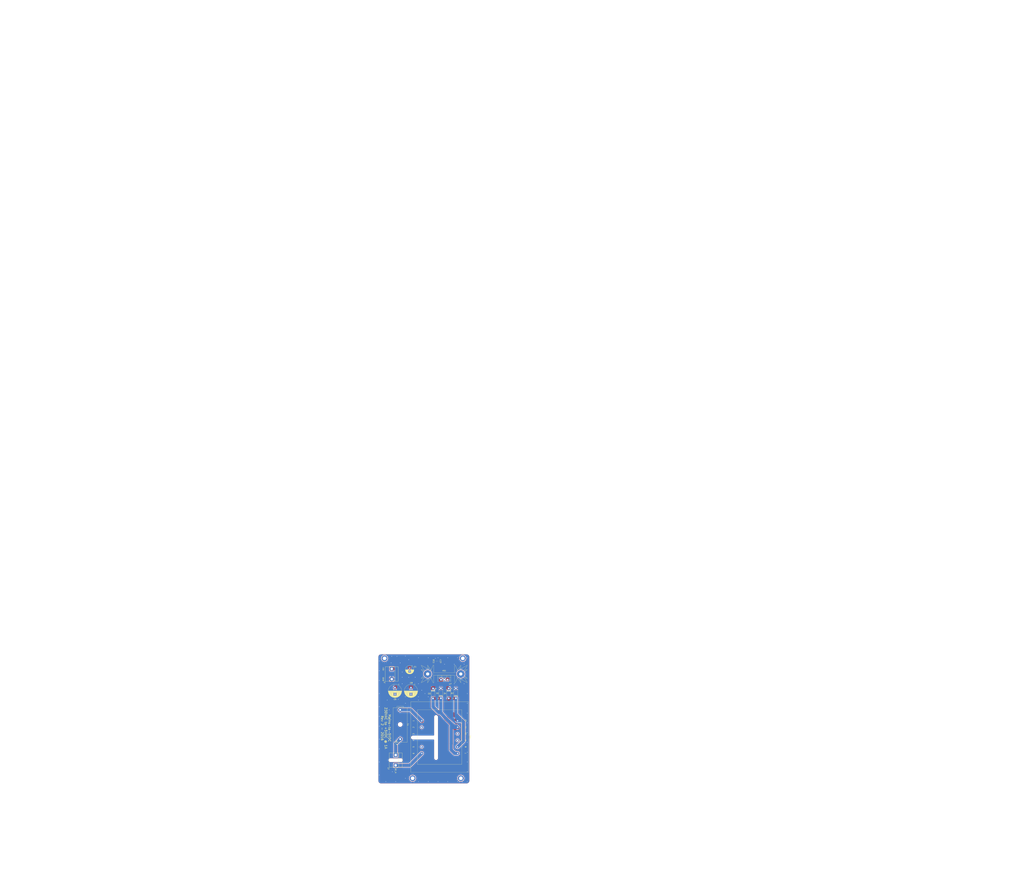
<source format=kicad_pcb>
(kicad_pcb (version 20171130) (host pcbnew "(5.1.5)-3")
  (layers (0 F.Cu signal) (31 B.Cu signal) (34 B.Paste user) (35 F.Paste user) (36 B.SilkS user) (37 F.SilkS user) (38 B.Mask user) (39 F.Mask user) (44 Edge.Cuts user))
  (net 0 "")
  (net 1 GND)
  (net 2 +5V)
  (net 3 "Net-(D1-Pad1)")
  (net 4 "Net-(D2-Pad1)")
  (net 5 "Net-(J2-Pad2)")
  (net 6 "Net-(F1-Pad2)")
  (net 7 "Net-(F1-Pad1)")
  (net 8 "Net-(C8-Pad1)")
  (module Transformer_THT:Transformer_Breve_TEZ-44x52 (layer F.Cu) (at 207.5 95.9 270)
    (fp_text reference TR1 (at 12.5 -37.25 90) (layer F.SilkS))
    (fp_text value Transformer_1P_2S)
    (fp_text user 1 (at 0 6.25 90) (layer F.SilkS))
    (fp_text user 2 (at 5 6.25 90) (layer F.SilkS))
    (fp_text user 3 (at 10 6.25 90) (layer F.SilkS))
    (fp_text user 4 (at 15 6.25 90) (layer F.SilkS))
    (fp_text user 5 (at 20 6.25 90) (layer F.SilkS))
    (fp_text user 6 (at 25 6.25 90) (layer F.SilkS))
    (fp_text user 7 (at 25 -33.75 90) (layer F.SilkS))
    (fp_text user 8 (at 20 -33.75 90) (layer F.SilkS))
    (fp_text user 9 (at 15 -33.75 90) (layer F.SilkS))
    (fp_text user 10 (at 10 -33.75 90) (layer F.SilkS))
    (fp_text user 11 (at 5 -33.75 90) (layer F.SilkS))
    (fp_text user 12 (at 0 -33.75 90) (layer F.SilkS))
    (pad 12 thru_hole circle (at 0 -27.5 270) (size 2 2) (drill 0.9) (layers *.Cu *.Mask) (net 4 "Net-(D2-Pad1)"))
    (pad 11 thru_hole circle (at 5 -27.5 270) (size 2 2) (drill 0.9) (layers *.Cu *.Mask) (net 3 "Net-(D1-Pad1)"))
    (pad 10 thru_hole circle (at 10 -27.5 270) (size 2 2) (drill 0.9) (layers *.Cu *.Mask))
    (pad 9 thru_hole circle (at 15 -27.5 270) (size 2 2) (drill 0.9) (layers *.Cu *.Mask))
    (pad 8 thru_hole circle (at 20 -27.5 270) (size 2 2) (drill 0.9) (layers *.Cu *.Mask) (net 4 "Net-(D2-Pad1)"))
    (pad 7 thru_hole circle (at 25 -27.5 270) (size 2 2) (drill 0.9) (layers *.Cu *.Mask) (net 3 "Net-(D1-Pad1)"))
    (pad 6 thru_hole circle (at 25 0 270) (size 2 2) (drill 0.9) (layers *.Cu *.Mask) (net 5 "Net-(J2-Pad2)"))
    (pad 5 thru_hole circle (at 20 0 270) (size 2 2) (drill 0.9) (layers *.Cu *.Mask))
    (pad 2 thru_hole circle (at 5 0 270) (size 2 2) (drill 0.9) (layers *.Cu *.Mask))
    (pad 1 thru_hole rect (at 0 0 270) (size 2 2) (drill 0.9) (layers *.Cu *.Mask) (net 7 "Net-(F1-Pad1)"))
  )
  (module athir:KK-Fuseholder (layer F.Cu) (at 191 98.8 270)
    (fp_text reference F1 (at -0.05 -6 90) (layer F.SilkS))
    (fp_text value 500mA)
    (pad 1 thru_hole circle (at -11.3 0 270) (size 3 3) (drill 1.3) (layers *.Cu *.Mask) (net 7 "Net-(F1-Pad1)"))
    (pad 2 thru_hole circle (at 11.2 0 270) (size 3 3) (drill 1.3) (layers *.Cu *.Mask) (net 6 "Net-(F1-Pad2)"))
    (pad "" np_thru_hole circle (at -0.05 0 270) (size 2.7 2.7) (drill 2.7) (layers *.Cu *.Mask))
  )
  (module athir:Molex-KK-396-5277 (layer F.Cu) (at 184.5 60 270)
    (fp_text reference J1 (at 6.5 5.5 90) (layer F.SilkS))
    (fp_text value Conn_WallSocket_Earth)
    (pad 2 thru_hole rect (at 3.96 0 270) (size 3 3) (drill 1.8) (layers *.Cu *.Mask) (net 1 GND))
    (pad 1 thru_hole rect (at -3.96 0 270) (size 3 3) (drill 1.8) (layers *.Cu *.Mask) (net 2 +5V))
  )
  (module athir:Molex-KK-396-5277 (layer F.Cu) (at 187.5 126.1 270)
    (fp_text reference J2 (at 6.5 5.5 90) (layer F.SilkS))
    (fp_text value Conn_WallSocket_Earth)
    (pad 2 thru_hole rect (at 3.96 0 270) (size 3 3) (drill 1.8) (layers *.Cu *.Mask) (net 5 "Net-(J2-Pad2)"))
    (pad 1 thru_hole rect (at -3.96 0 270) (size 3 3) (drill 1.8) (layers *.Cu *.Mask) (net 6 "Net-(F1-Pad2)"))
  )
  (module Capacitor_THT:CP_Radial_D6.3mm_P2.50mm (layer F.Cu) (at 198.25 55.5 270)
    (fp_text reference C1 (at -1 -4.25 180) (layer F.SilkS))
    (fp_text value 10u)
    (pad 2 thru_hole circle (at 2.5 0 270) (size 1.6 1.6) (drill 0.8) (layers *.Cu *.Mask) (net 1 GND))
    (pad 1 thru_hole rect (at 0 0 270) (size 1.6 1.6) (drill 0.8) (layers *.Cu *.Mask) (net 2 +5V))
  )
  (module athir:Heatsink_Fischer_SK104-STC-STIC_35x13mm_2xDrill2.5mm (layer F.Cu) (at 224.75 60)
    (fp_text reference HS1 (at -0.025 -2.5) (layer F.SilkS))
    (fp_text value Heatsink)
    (pad 1 thru_hole circle (at -12.7 0 180) (size 6 6) (drill 2.5) (layers *.Cu *.Mask))
    (pad 1 thru_hole circle (at 12.7 0) (size 6 6) (drill 2.5) (layers *.Cu *.Mask))
  )
  (module MountingHole:MountingHole_2.7mm_M2.5_ISO14580_Pad (layer F.Cu) (at 179 48)
    (fp_text reference REF** hide)
    (fp_text value MountingHole_2.7mm_M2.5_ISO14580_Pad)
    (pad 1 thru_hole circle (at 0 0) (size 4.5 4.5) (drill 2.7) (layers *.Cu *.Mask))
  )
  (module MountingHole:MountingHole_2.7mm_M2.5_ISO14580_Pad (layer F.Cu) (at 239 48)
    (fp_text reference REF** hide)
    (fp_text value MountingHole_2.7mm_M2.5_ISO14580_Pad)
    (pad 1 thru_hole circle (at 0 0) (size 4.5 4.5) (drill 2.7) (layers *.Cu *.Mask))
  )
  (module Capacitor_SMD:C_0805_2012Metric (layer F.Cu) (at 220.2 50.15 90)
    (fp_text reference C17 (at 0 1.9 90) (layer F.SilkS))
    (fp_text value 10u)
    (pad 2 smd roundrect (at 0.9375 0 90) (size 0.975 1.4) (layers F.Cu F.Paste F.Mask) (net 1 GND))
    (pad 1 smd roundrect (at -0.9375 0 90) (size 0.975 1.4) (layers F.Cu F.Paste F.Mask) (net 2 +5V))
  )
  (module Package_TO_SOT_THT:TO-220-3_Vertical (layer F.Cu) (at 222.25 64.35)
    (fp_text reference U7 (at 7.2 3.25) (layer F.SilkS))
    (fp_text value LM7805_TO220)
    (pad 3 thru_hole oval (at 5.08 0) (size 1.905 2) (drill 1.1) (layers *.Cu *.Mask) (net 2 +5V))
    (pad 2 thru_hole oval (at 2.54 0) (size 1.905 2) (drill 1.1) (layers *.Cu *.Mask) (net 1 GND))
    (pad 1 thru_hole rect (at 0 0) (size 1.905 2) (drill 1.1) (layers *.Cu *.Mask) (net 8 "Net-(C8-Pad1)"))
  )
  (module MountingHole:MountingHole_2.7mm_M2.5_ISO14580_Pad (layer F.Cu) (at 237.5 140)
    (fp_text reference REF** hide)
    (fp_text value MountingHole_2.7mm_M2.5_ISO14580_Pad)
    (pad 1 thru_hole circle (at 0 0) (size 4.5 4.5) (drill 2.7) (layers *.Cu *.Mask))
  )
  (module MountingHole:MountingHole_2.7mm_M2.5_ISO14580_Pad (layer F.Cu) (at 200.5 140)
    (fp_text reference REF** hide)
    (fp_text value MountingHole_2.7mm_M2.5_ISO14580_Pad)
    (pad 1 thru_hole circle (at 0 0) (size 4.5 4.5) (drill 2.7) (layers *.Cu *.Mask))
  )
  (module Diode_THT:D_DO-41_SOD81_P7.62mm_Horizontal (layer F.Cu) (at 228.2 71.1 270)
    (fp_text reference D4 (at 3.85 2.85 180) (layer F.SilkS))
    (fp_text value 1N5819)
    (fp_text user K (at 0 -2.1 90) (layer F.SilkS))
    (pad 2 thru_hole oval (at 7.62 0 270) (size 2.2 2.2) (drill 1.1) (layers *.Cu *.Mask) (net 4 "Net-(D2-Pad1)"))
    (pad 1 thru_hole rect (at 0 0 270) (size 2.2 2.2) (drill 1.1) (layers *.Cu *.Mask) (net 8 "Net-(C8-Pad1)"))
  )
  (module Diode_THT:D_DO-41_SOD81_P7.62mm_Horizontal (layer F.Cu) (at 216.2 71.1 270)
    (fp_text reference D3 (at 4 2.85 180) (layer F.SilkS))
    (fp_text value 1N5819)
    (fp_text user K (at 0 -2.1 90) (layer F.SilkS))
    (pad 2 thru_hole oval (at 7.62 0 270) (size 2.2 2.2) (drill 1.1) (layers *.Cu *.Mask) (net 3 "Net-(D1-Pad1)"))
    (pad 1 thru_hole rect (at 0 0 270) (size 2.2 2.2) (drill 1.1) (layers *.Cu *.Mask) (net 8 "Net-(C8-Pad1)"))
  )
  (module Diode_THT:D_DO-41_SOD81_P7.62mm_Horizontal (layer F.Cu) (at 233.7 78.6 90)
    (fp_text reference D2 (at 3.8 -2.85 180) (layer F.SilkS))
    (fp_text value 1N5819)
    (fp_text user K (at 0 -2.1 90) (layer F.SilkS))
    (pad 2 thru_hole oval (at 7.62 0 90) (size 2.2 2.2) (drill 1.1) (layers *.Cu *.Mask) (net 1 GND))
    (pad 1 thru_hole rect (at 0 0 90) (size 2.2 2.2) (drill 1.1) (layers *.Cu *.Mask) (net 4 "Net-(D2-Pad1)"))
  )
  (module Diode_THT:D_DO-41_SOD81_P7.62mm_Horizontal (layer F.Cu) (at 222.2 78.6 90)
    (fp_text reference D1 (at 3.75 -2.6 180) (layer F.SilkS))
    (fp_text value 1N5819)
    (fp_text user K (at 0 -2.1 90) (layer F.SilkS))
    (pad 2 thru_hole oval (at 7.62 0 90) (size 2.2 2.2) (drill 1.1) (layers *.Cu *.Mask) (net 1 GND))
    (pad 1 thru_hole rect (at 0 0 90) (size 2.2 2.2) (drill 1.1) (layers *.Cu *.Mask) (net 3 "Net-(D1-Pad1)"))
  )
  (module Capacitor_SMD:C_0603_1608Metric (layer F.Cu) (at 218.08 50.17 90)
    (fp_text reference C16 (at 0 -1.43 90) (layer F.SilkS))
    (fp_text value 100n)
    (pad 2 smd roundrect (at 0.7875 0 90) (size 0.875 0.95) (layers F.Cu F.Paste F.Mask) (net 1 GND))
    (pad 1 smd roundrect (at -0.7875 0 90) (size 0.875 0.95) (layers F.Cu F.Paste F.Mask) (net 2 +5V))
  )
  (module Capacitor_THT:CP_Radial_D10.0mm_P5.00mm (layer F.Cu) (at 187 70.5 270)
    (fp_text reference C9 (at 9 0 180) (layer F.SilkS))
    (fp_text value 1000u)
    (pad 2 thru_hole circle (at 5 0 270) (size 2 2) (drill 1) (layers *.Cu *.Mask) (net 1 GND))
    (pad 1 thru_hole rect (at 0 0 270) (size 2 2) (drill 1) (layers *.Cu *.Mask) (net 8 "Net-(C8-Pad1)"))
  )
  (module Capacitor_THT:CP_Radial_D10.0mm_P5.00mm (layer F.Cu) (at 199.25 70.5 270)
    (fp_text reference C8 (at -3.7 -0.25 180) (layer F.SilkS))
    (fp_text value 1000u)
    (pad 2 thru_hole circle (at 5 0 270) (size 2 2) (drill 1) (layers *.Cu *.Mask) (net 1 GND))
    (pad 1 thru_hole rect (at 0 0 270) (size 2 2) (drill 1) (layers *.Cu *.Mask) (net 8 "Net-(C8-Pad1)"))
  )
  (gr_arc (start 218.5 93) (end 219.5 93) (angle -180) (layer Edge.Cuts) (width 0.05))
  (gr_line (start 219.5 110.75) (end 219.5 93) (layer Edge.Cuts) (width 0.05))
  (gr_line (start 219.5 110.75) (end 219.5 124.5) (layer Edge.Cuts) (width 0.05))
  (gr_arc (start 218.5 124.5) (end 217.5 124.5) (angle -180) (layer Edge.Cuts) (width 0.05))
  (gr_line (start 217.5 110.75) (end 217.5 124.5) (layer Edge.Cuts) (width 0.05))
  (gr_line (start 217.5 106.75) (end 217.5 93) (layer Edge.Cuts) (width 0.05))
  (gr_arc (start 216.5 106.75) (end 216.5 107.75) (angle -90) (layer Edge.Cuts) (width 0.05))
  (gr_arc (start 216.5 110.75) (end 217.5 110.75) (angle -90) (layer Edge.Cuts) (width 0.05))
  (gr_line (start 200.75 109.75) (end 216.5 109.75) (layer Edge.Cuts) (width 0.05))
  (gr_line (start 200.75 107.75) (end 216.5 107.75) (layer Edge.Cuts) (width 0.05))
  (gr_arc (start 200.75 108.75) (end 200.75 107.75) (angle -180) (layer Edge.Cuts) (width 0.05))
  (gr_arc (start 191.5 126.1) (end 191.5 127.1) (angle -180) (layer Edge.Cuts) (width 0.05))
  (gr_arc (start 183.5 126.1) (end 183.5 125.1) (angle -180) (layer Edge.Cuts) (width 0.05))
  (gr_line (start 191.5 127.1) (end 183.5 127.1) (layer Edge.Cuts) (width 0.05))
  (gr_line (start 183.5 125.1) (end 191.5 125.1) (layer Edge.Cuts) (width 0.05))
  (gr_text "Mains-to-5VDC\n230VAC to +5VDC @ 1A\nRev 2 - 2016" (at 180 101.5 270) (layer F.SilkS) (effects (font (size 1.75 1.75) (thickness 0.25))))
  (gr_text AC_N (at 187.5 134.35 270) (layer F.SilkS) (effects (font (size 1 1))))
  (gr_text AC_P (at 188.25 112.75 270) (layer F.SilkS) (effects (font (size 1 1))))
  (gr_text GND (at 178 64 270) (layer F.SilkS) (effects (font (size 1 1))))
  (gr_text +5V (at 178 56 270) (layer F.SilkS) (effects (font (size 1 1))))
  (gr_line (start 242 44.45) (end 176.25 44.45) (layer Edge.Cuts) (width 0.05))
  (gr_arc (start 176.25 46.95) (end 176.25 44.45) (angle -90) (layer Edge.Cuts) (width 0.05))
  (gr_line (start 173.75 141.9) (end 173.75 46.95) (layer Edge.Cuts) (width 0.05))
  (gr_arc (start 176.25 141.9) (end 173.75 141.9) (angle -90) (layer Edge.Cuts) (width 0.05))
  (gr_arc (start 242 141.9) (end 242 144.4) (angle -90) (layer Edge.Cuts) (width 0.05))
  (gr_arc (start 242 46.95) (end 244.5 46.95) (angle -90) (layer Edge.Cuts) (width 0.05))
  (gr_line (start 242 144.4) (end 176.25 144.4) (layer Edge.Cuts) (width 0.05))
  (gr_line (start 244.5 46.95) (end 244.5 141.9) (layer Edge.Cuts) (width 0.05))
  (via (at 242.5 47.5) (size 0.8) (drill 0.4) (layers F.Cu B.Cu) (net 1))
  (via (at 235 47.5) (size 0.8) (drill 0.4) (layers F.Cu B.Cu) (net 1))
  (via (at 227.5 47.5) (size 0.8) (drill 0.4) (layers F.Cu B.Cu) (net 1))
  (via (at 220 47.5) (size 0.8) (drill 0.4) (layers F.Cu B.Cu) (net 1))
  (via (at 212.5 47.5) (size 0.8) (drill 0.4) (layers F.Cu B.Cu) (net 1))
  (via (at 205 47.5) (size 0.8) (drill 0.4) (layers F.Cu B.Cu) (net 1))
  (via (at 195 46.25) (size 0.8) (drill 0.4) (layers F.Cu B.Cu) (net 1))
  (via (at 205 67.5) (size 0.8) (drill 0.4) (layers F.Cu B.Cu) (net 1))
  (via (at 195 82.5) (size 0.8) (drill 0.4) (layers F.Cu B.Cu) (net 1))
  (via (at 195 140) (size 0.8) (drill 0.4) (layers F.Cu B.Cu) (net 1))
  (via (at 205 142.5) (size 0.8) (drill 0.4) (layers F.Cu B.Cu) (net 1))
  (via (at 212.5 142.5) (size 0.8) (drill 0.4) (layers F.Cu B.Cu) (net 1))
  (via (at 220 142.5) (size 0.8) (drill 0.4) (layers F.Cu B.Cu) (net 1))
  (via (at 227.5 142.5) (size 0.8) (drill 0.4) (layers F.Cu B.Cu) (net 1))
  (via (at 235 142.5) (size 0.8) (drill 0.4) (layers F.Cu B.Cu) (net 1))
  (via (at 242.5 142.5) (size 0.8) (drill 0.4) (layers F.Cu B.Cu) (net 1))
  (via (at 242.5 135) (size 0.8) (drill 0.4) (layers F.Cu B.Cu) (net 1))
  (via (at 242.5 127.5) (size 0.8) (drill 0.4) (layers F.Cu B.Cu) (net 1))
  (via (at 242.5 120) (size 0.8) (drill 0.4) (layers F.Cu B.Cu) (net 1))
  (via (at 242.5 112.5) (size 0.8) (drill 0.4) (layers F.Cu B.Cu) (net 1))
  (via (at 242.5 105) (size 0.8) (drill 0.4) (layers F.Cu B.Cu) (net 1))
  (via (at 242.5 97.5) (size 0.8) (drill 0.4) (layers F.Cu B.Cu) (net 1))
  (via (at 242.5 90) (size 0.8) (drill 0.4) (layers F.Cu B.Cu) (net 1))
  (via (at 242.5 82.5) (size 0.8) (drill 0.4) (layers F.Cu B.Cu) (net 1))
  (via (at 242.5 75) (size 0.8) (drill 0.4) (layers F.Cu B.Cu) (net 1))
  (via (at 240 67.5) (size 0.8) (drill 0.4) (layers F.Cu B.Cu) (net 1))
  (via (at 232.5 67.5) (size 0.8) (drill 0.4) (layers F.Cu B.Cu) (net 1))
  (via (at 205 77.5) (size 0.8) (drill 0.4) (layers F.Cu B.Cu) (net 1))
  (via (at 205 80) (size 0.8) (drill 0.4) (layers F.Cu B.Cu) (net 1))
  (via (at 225 52.5) (size 0.8) (drill 0.4) (layers F.Cu B.Cu) (net 1))
  (via (at 232.5 52.5) (size 0.8) (drill 0.4) (layers F.Cu B.Cu) (net 1))
  (via (at 240 52.5) (size 0.8) (drill 0.4) (layers F.Cu B.Cu) (net 1))
  (via (at 175 85) (size 0.8) (drill 0.4) (layers F.Cu B.Cu) (net 1))
  (via (at 175 75) (size 0.8) (drill 0.4) (layers F.Cu B.Cu) (net 1))
  (via (at 175 65) (size 0.8) (drill 0.4) (layers F.Cu B.Cu) (net 1))
  (via (at 175 57.5) (size 0.8) (drill 0.4) (layers F.Cu B.Cu) (net 1))
  (via (at 175 50) (size 0.8) (drill 0.4) (layers F.Cu B.Cu) (net 1))
  (via (at 175 92.5) (size 0.8) (drill 0.4) (layers F.Cu B.Cu) (net 1))
  (via (at 175 100) (size 0.8) (drill 0.4) (layers F.Cu B.Cu) (net 1))
  (via (at 175 110) (size 0.8) (drill 0.4) (layers F.Cu B.Cu) (net 1))
  (via (at 175 117.5) (size 0.8) (drill 0.4) (layers F.Cu B.Cu) (net 1))
  (via (at 175 127.5) (size 0.8) (drill 0.4) (layers F.Cu B.Cu) (net 1))
  (via (at 175 137.5) (size 0.8) (drill 0.4) (layers F.Cu B.Cu) (net 1))
  (via (at 180 142.5) (size 0.8) (drill 0.4) (layers F.Cu B.Cu) (net 1))
  (via (at 187.5 142.5) (size 0.8) (drill 0.4) (layers F.Cu B.Cu) (net 1))
  (via (at 185 135) (size 0.8) (drill 0.4) (layers F.Cu B.Cu) (net 1))
  (via (at 182.5 105) (size 0.8) (drill 0.4) (layers F.Cu B.Cu) (net 1))
  (via (at 182.5 95) (size 0.8) (drill 0.4) (layers F.Cu B.Cu) (net 1))
  (via (at 182.5 87.5) (size 0.8) (drill 0.4) (layers F.Cu B.Cu) (net 1))
  (via (at 218 48) (size 0.8) (drill 0.4) (layers F.Cu B.Cu) (net 1))
  (via (at 181 80) (size 0.8) (drill 0.4) (layers F.Cu B.Cu) (net 1))
  (via (at 189.5 79.5) (size 0.8) (drill 0.4) (layers F.Cu B.Cu) (net 1))
  (via (at 202.5 62.5) (size 0.8) (drill 0.4) (layers F.Cu B.Cu) (net 1))
  (via (at 197.5 62.5) (size 0.8) (drill 0.4) (layers F.Cu B.Cu) (net 1))
  (via (at 192.5 62.5) (size 0.8) (drill 0.4) (layers F.Cu B.Cu) (net 1))
  (via (at 192.5 58.5) (size 0.8) (drill 0.4) (layers F.Cu B.Cu) (net 1))
  (via (at 195 77.5) (size 0.8) (drill 0.4) (layers F.Cu B.Cu) (net 1))
  (via (at 192.5 67.5) (size 0.8) (drill 0.4) (layers F.Cu B.Cu) (net 1))
  (via (at 207.5 72.5) (size 0.8) (drill 0.4) (layers F.Cu B.Cu) (net 1))
  (via (at 212.5 77.5) (size 0.8) (drill 0.4) (layers F.Cu B.Cu) (net 1))
  (via (at 210 75) (size 0.8) (drill 0.4) (layers F.Cu B.Cu) (net 1))
  (via (at 188.5 46.5) (size 0.8) (drill 0.4) (layers F.Cu B.Cu) (net 1))
  (via (at 184.5 46.5) (size 0.8) (drill 0.4) (layers F.Cu B.Cu) (net 1))
  (via (at 184 51.5) (size 0.8) (drill 0.4) (layers F.Cu B.Cu) (net 1))
  (via (at 191 51.5) (size 0.8) (drill 0.4) (layers F.Cu B.Cu) (net 1))
  (via (at 197.5 49) (size 0.8) (drill 0.4) (layers F.Cu B.Cu) (net 1))
  (segment (start 227.33 57.2675) (end 227.33 64.35) (width 2.5) (layer F.Cu) (net 2))
  (segment (start 224.412501 54.350001) (end 227.33 57.2675) (width 2.5) (layer F.Cu) (net 2))
  (segment (start 223.149999 53.388001) (end 224.111999 54.350001) (width 2.5) (layer F.Cu) (net 2))
  (segment (start 221.5625 51.5) (end 223.149999 53.087499) (width 2.5) (layer F.Cu) (net 2))
  (segment (start 224.111999 54.350001) (end 224.412501 54.350001) (width 2.5) (layer F.Cu) (net 2))
  (segment (start 223.149999 53.087499) (end 223.149999 53.388001) (width 2.5) (layer F.Cu) (net 2))
  (segment (start 215.5 51.5) (end 221.5625 51.5) (width 2.5) (layer F.Cu) (net 2))
  (segment (start 214.9575 50.9575) (end 215.5 51.5) (width 2.5) (layer F.Cu) (net 2))
  (segment (start 199.2075 50.9575) (end 214.9575 50.9575) (width 2.5) (layer F.Cu) (net 2))
  (segment (start 199.2075 51.2425) (end 199.2075 50.9575) (width 2.5) (layer F.Cu) (net 2))
  (segment (start 198.25 52.2) (end 199.2075 51.2425) (width 2.5) (layer F.Cu) (net 2))
  (segment (start 198.25 55.5) (end 198.25 52.2) (width 2.5) (layer F.Cu) (net 2))
  (segment (start 194.165 56) (end 199.2075 50.9575) (width 2.5) (layer F.Cu) (net 2))
  (segment (start 184.5 56.04) (end 184.54 56) (width 2.5) (layer F.Cu) (net 2))
  (segment (start 184.54 56) (end 194.165 56) (width 2.5) (layer F.Cu) (net 2))
  (segment (start 222.2 89.614213) (end 222.2 82.2) (width 2.5) (layer F.Cu) (net 3))
  (segment (start 222.2 82.2) (end 222.2 78.6) (width 2.5) (layer F.Cu) (net 3))
  (segment (start 234.250001 100.250001) (end 232.750001 100.250001) (width 2.5) (layer F.Cu) (net 3))
  (segment (start 235.25 101.25) (end 234.250001 100.250001) (width 2.5) (layer F.Cu) (net 3))
  (segment (start 222.25 89.75) (end 222.2 89.614213) (width 2.5) (layer F.Cu) (net 3))
  (segment (start 216.2 78.72) (end 216.2 85.2) (width 2.5) (layer F.Cu) (net 3))
  (segment (start 220.75 89.75) (end 222.25 89.75) (width 2.5) (layer F.Cu) (net 3))
  (segment (start 216.2 85.2) (end 220.75 89.75) (width 2.5) (layer F.Cu) (net 3))
  (segment (start 232.750001 100.250001) (end 226.2 94.6) (width 2.5) (layer F.Cu) (net 3))
  (segment (start 226.2 94.6) (end 222.25 89.75) (width 2.5) (layer F.Cu) (net 3))
  (segment (start 234.000001 99.900001) (end 232.200001 99.900001) (width 2.5) (layer B.Cu) (net 3))
  (segment (start 235 100.9) (end 234.000001 99.900001) (width 2.5) (layer B.Cu) (net 3))
  (segment (start 222.2 89.9) (end 222.2 78.6) (width 2.5) (layer B.Cu) (net 3))
  (segment (start 222.2 89.9) (end 220.8 89.9) (width 2.5) (layer B.Cu) (net 3))
  (segment (start 216.2 85.3) (end 216.2 78.72) (width 2.5) (layer B.Cu) (net 3))
  (segment (start 220.8 89.9) (end 216.2 85.3) (width 2.5) (layer B.Cu) (net 3))
  (segment (start 232.200001 99.900001) (end 226.2 94.3) (width 2.5) (layer B.Cu) (net 3))
  (segment (start 226.2 94.3) (end 222.2 89.9) (width 2.5) (layer B.Cu) (net 3))
  (segment (start 230 98.4) (end 226.2 94.6) (width 2.5) (layer F.Cu) (net 3))
  (segment (start 230 118.2) (end 230 98.4) (width 2.5) (layer F.Cu) (net 3))
  (segment (start 235 120.9) (end 232.7 120.9) (width 2.5) (layer F.Cu) (net 3))
  (segment (start 232.7 120.9) (end 230 118.2) (width 2.5) (layer F.Cu) (net 3))
  (segment (start 230.1 98.2) (end 226.2 94.3) (width 2.5) (layer B.Cu) (net 3))
  (segment (start 230 113.4) (end 230.1 113.3) (width 2.5) (layer B.Cu) (net 3))
  (segment (start 230.1 113.3) (end 230.1 98.2) (width 2.5) (layer B.Cu) (net 3))
  (segment (start 234.8 101.1) (end 235 100.9) (width 2.5) (layer B.Cu) (net 3))
  (segment (start 230 101.1) (end 234.8 101.1) (width 2.5) (layer B.Cu) (net 3))
  (segment (start 230 118.1) (end 230 101.1) (width 2.5) (layer B.Cu) (net 3))
  (segment (start 235 120.9) (end 232.8 120.9) (width 2.5) (layer B.Cu) (net 3))
  (segment (start 232.8 120.9) (end 230 118.1) (width 2.5) (layer B.Cu) (net 3))
  (segment (start 222.08 78.72) (end 222.2 78.6) (width 2.5) (layer F.Cu) (net 3))
  (segment (start 216.2 78.72) (end 222.08 78.72) (width 2.5) (layer F.Cu) (net 3))
  (segment (start 235 115.9) (end 239.5 111.4) (width 2.5) (layer F.Cu) (net 4))
  (segment (start 239.5 111.4) (end 239.5 96.8) (width 2.5) (layer F.Cu) (net 4))
  (segment (start 238.6 95.9) (end 235 95.9) (width 2.5) (layer F.Cu) (net 4))
  (segment (start 239.5 96.8) (end 238.6 95.9) (width 2.5) (layer F.Cu) (net 4))
  (segment (start 233.7 91) (end 233.7 78.6) (width 2.5) (layer F.Cu) (net 4))
  (segment (start 239.5 96.8) (end 233.7 91) (width 2.5) (layer F.Cu) (net 4))
  (segment (start 235 92.3) (end 233.7 91) (width 2.5) (layer F.Cu) (net 4))
  (segment (start 235 95.9) (end 235 92.3) (width 2.5) (layer F.Cu) (net 4))
  (segment (start 235 95.9) (end 238.6 95.9) (width 2.5) (layer B.Cu) (net 4))
  (segment (start 238.6 95.9) (end 239.4 96.7) (width 2.5) (layer B.Cu) (net 4))
  (segment (start 239.4 111.5) (end 235 115.9) (width 2.5) (layer B.Cu) (net 4))
  (segment (start 239.4 96.7) (end 239.4 111.5) (width 2.5) (layer B.Cu) (net 4))
  (segment (start 233.7 78.6) (end 233.7 91) (width 2.5) (layer B.Cu) (net 4))
  (segment (start 233.8 93.285787) (end 233.8 91.2) (width 2.5) (layer B.Cu) (net 4))
  (segment (start 235 94.485787) (end 233.8 93.285787) (width 2.5) (layer B.Cu) (net 4))
  (segment (start 235 95.9) (end 235 94.485787) (width 2.5) (layer B.Cu) (net 4))
  (segment (start 233.7 91) (end 233.8 91.2) (width 2.5) (layer B.Cu) (net 4))
  (segment (start 233.8 91.2) (end 238.6 95.9) (width 2.5) (layer B.Cu) (net 4))
  (segment (start 234.000001 94.900001) (end 234.000001 93.100001) (width 2.5) (layer F.Cu) (net 4))
  (segment (start 235 95.9) (end 234.000001 94.900001) (width 2.5) (layer F.Cu) (net 4))
  (segment (start 228.2 87.3) (end 228.2 78.72) (width 2.5) (layer F.Cu) (net 4))
  (segment (start 234.000001 93.100001) (end 228.2 87.3) (width 2.5) (layer F.Cu) (net 4))
  (segment (start 233.58 78.72) (end 233.7 78.6) (width 2.5) (layer F.Cu) (net 4))
  (segment (start 228.2 78.72) (end 233.58 78.72) (width 2.5) (layer F.Cu) (net 4))
  (segment (start 198.4 130) (end 207.5 120.9) (width 2.5) (layer F.Cu) (net 5))
  (segment (start 187.5 130.6) (end 188.1 130) (width 2.5) (layer F.Cu) (net 5))
  (segment (start 188.1 130) (end 198.4 130) (width 2.5) (layer F.Cu) (net 5))
  (segment (start 198.34 130.06) (end 207.5 120.9) (width 2.5) (layer B.Cu) (net 5))
  (segment (start 187.5 130.06) (end 198.34 130.06) (width 2.5) (layer B.Cu) (net 5))
  (segment (start 187.5 113.5) (end 187.5 121.6) (width 2.5) (layer F.Cu) (net 6))
  (segment (start 191 110) (end 187.5 113.5) (width 2.5) (layer F.Cu) (net 6))
  (segment (start 187.5 113.5) (end 191 110) (width 2.5) (layer B.Cu) (net 6))
  (segment (start 187.5 122.14) (end 187.5 113.5) (width 2.5) (layer B.Cu) (net 6))
  (segment (start 199 87.5) (end 191 87.5) (width 2.5) (layer F.Cu) (net 7))
  (segment (start 207.75 96.25) (end 199 87.5) (width 2.5) (layer F.Cu) (net 7))
  (segment (start 199.1 87.5) (end 207.5 95.9) (width 2.5) (layer B.Cu) (net 7))
  (segment (start 191 87.5) (end 199.1 87.5) (width 2.5) (layer B.Cu) (net 7))
  (segment (start 216.2 70.4) (end 222.25 64.35) (width 2.5) (layer F.Cu) (net 8))
  (segment (start 216.2 71.1) (end 216.2 70.4) (width 2.5) (layer F.Cu) (net 8))
  (segment (start 222.25 65.5) (end 222.25 64.35) (width 2.5) (layer F.Cu) (net 8))
  (segment (start 228.2 71.1) (end 227.85 71.1) (width 2.5) (layer F.Cu) (net 8))
  (segment (start 227.85 71.1) (end 222.25 65.5) (width 2.5) (layer F.Cu) (net 8))
  (segment (start 211.5 70) (end 187.5 70) (width 2.5) (layer F.Cu) (net 8))
  (segment (start 216.2 71.1) (end 212.6 71.1) (width 2.5) (layer F.Cu) (net 8))
  (segment (start 187.5 70) (end 187 70.5) (width 2.5) (layer F.Cu) (net 8))
  (segment (start 212.6 71.1) (end 211.5 70) (width 2.5) (layer F.Cu) (net 8))
  (zone (net 1) (net_name GND) (layer F.Cu) (connect_pads (clearance 0.508)) (min_thickness 0.254) (fill yes (arc_segments 32) (thermal_gap 0.508) (thermal_bridge_width 0.508))
    (polygon (pts (xy 522 -324.5) (xy -95 -420.5) (xy -32.5 188) (xy 509 172.5)))
  )
  (zone (net 1) (net_name GND) (layer B.Cu) (connect_pads (clearance 0.508)) (min_thickness 0.254) (fill yes (arc_segments 32) (thermal_gap 0.508) (thermal_bridge_width 0.508))
    (polygon (pts (xy 604 -401) (xy -116 -457) (xy -113 229.5) (xy 669.5 225.5)))
  )
)
</source>
